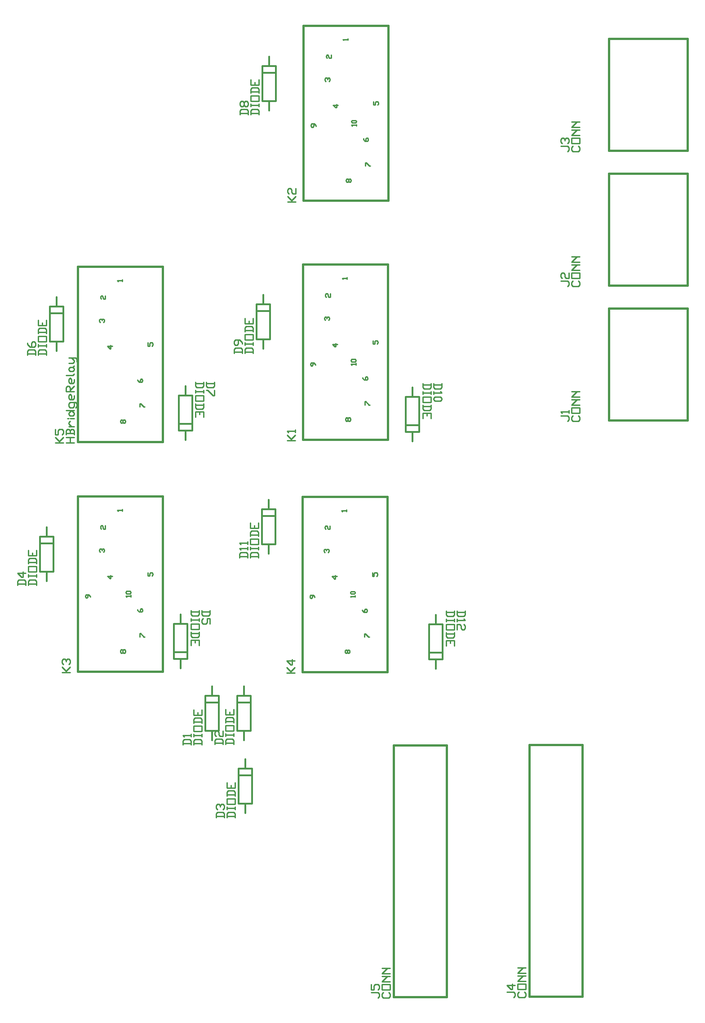
<source format=gto>
*%FSLAX23Y23*%
*%MOIN*%
G01*
%ADD11C,0.150*%
%ADD12C,0.112*%
%ADD13C,0.120*%
%ADD14C,0.130*%
%ADD15C,0.140*%
%ADD16C,0.110*%
%ADD17C,0.100*%
%ADD18C,0.125*%
%ADD19C,0.090*%
%ADD20C,0.072*%
%ADD21C,0.089*%
%ADD22C,0.015*%
%ADD23C,0.200*%
%ADD24C,0.062*%
%ADD25C,0.060*%
%ADD26C,0.250*%
%ADD27C,0.010*%
%ADD28C,0.300*%
%ADD29C,0.012*%
%ADD30R,0.120X0.120*%
%ADD31R,0.025X0.025*%
D22*
X1501Y2868D02*
X1501Y2868D01*
X1501Y4167D01*
X1501Y4167D02*
X1501Y4167D01*
X2131Y4167D01*
X2131Y4167D02*
X2131Y4167D01*
X2131Y2868D01*
X2131Y2868D02*
X2131Y2868D01*
X1501Y2868D01*
X3166Y2866D02*
X3166Y2866D01*
X3166Y4165D01*
X3166Y4165D02*
X3166Y4165D01*
X3796Y4165D01*
X3796Y4165D02*
X3796Y4165D01*
X3796Y2866D01*
X3796Y2866D02*
X3796Y2866D01*
X3166Y2866D01*
X3843Y2320D02*
X3843Y2320D01*
X3843Y454D01*
X3843Y454D02*
X3843Y454D01*
X4237Y454D01*
X4237Y454D02*
X4237Y454D01*
X4237Y2320D01*
X4237Y2320D02*
X4237Y2320D01*
X3843Y2320D01*
X4851Y2324D02*
X4851Y2324D01*
X5245Y2324D01*
X5245Y2324D02*
X5245Y2324D01*
X5245Y458D01*
X5245Y458D02*
X5245Y458D01*
X4851Y458D01*
X4851Y458D02*
X4851Y458D01*
X4851Y2324D01*
X2131Y4573D02*
X2131Y4573D01*
X2131Y5872D01*
X2131Y5872D02*
X2131Y5872D01*
X1501Y5872D01*
X1501Y5872D02*
X1501Y5872D01*
X1501Y4573D01*
X1501Y4573D02*
X1501Y4573D01*
X2131Y4573D01*
X3170Y4588D02*
X3170Y4588D01*
X3170Y5887D01*
X3170Y5887D02*
X3170Y5887D01*
X3800Y5887D01*
X3800Y5887D02*
X3800Y5887D01*
X3800Y4588D01*
X3800Y4588D02*
X3800Y4588D01*
X3170Y4588D01*
X3175Y6360D02*
X3175Y6360D01*
X3805Y6360D01*
X3805Y6360D02*
X3805Y6360D01*
X3805Y7659D01*
X3805Y7659D02*
X3805Y7659D01*
X3175Y7659D01*
X3175Y7659D02*
X3175Y7659D01*
X3175Y6360D01*
X5441Y5563D02*
X5441Y5563D01*
X5441Y4733D01*
X5441Y4733D02*
X5441Y4733D01*
X6022Y4733D01*
X6022Y4733D02*
X6022Y4733D01*
X6022Y5563D01*
X6022Y5563D02*
X6022Y5563D01*
X5441Y5563D01*
X5441Y5733D02*
X5441Y5733D01*
X5441Y6563D01*
X5441Y6563D02*
X5441Y6563D01*
X6022Y6563D01*
X6022Y6563D02*
X6022Y6563D01*
X6022Y5733D01*
X6022Y5733D02*
X6022Y5733D01*
X5441Y5733D01*
X5441Y6733D02*
X5441Y6733D01*
X5441Y7563D01*
X5441Y7563D02*
X5441Y7563D01*
X6022Y7563D01*
X6022Y7563D02*
X6022Y7563D01*
X6022Y6733D01*
X6022Y6733D02*
X6022Y6733D01*
X5441Y6733D01*
D27*
X5224Y6756D02*
X5224Y6756D01*
X5214Y6766D01*
X5224Y6736D02*
X5224Y6756D01*
X5224Y6736D02*
X5214Y6726D01*
X5214Y6726D02*
X5174Y6726D01*
X5174Y6726D02*
X5164Y6736D01*
X5164Y6736D02*
X5164Y6756D01*
X5174Y6766D02*
X5164Y6756D01*
X5224Y6786D02*
X5224Y6786D01*
X5164Y6786D01*
X5164Y6786D02*
X5164Y6826D01*
X5224Y6826D02*
X5164Y6826D01*
X5224Y6786D02*
X5224Y6826D01*
X5224Y6786D02*
X5224Y6826D01*
X5224Y6846D02*
X5224Y6846D01*
X5164Y6846D01*
X5204Y6886D02*
X5164Y6846D01*
X5204Y6886D02*
X5164Y6886D01*
X5224Y6886D02*
X5164Y6886D01*
X5224Y6906D02*
X5224Y6906D01*
X5164Y6906D01*
X5204Y6946D02*
X5164Y6906D01*
X5204Y6946D02*
X5164Y6946D01*
X5224Y6946D02*
X5164Y6946D01*
X5144Y6736D02*
X5144Y6736D01*
X5134Y6726D01*
X5144Y6756D02*
X5144Y6736D01*
X5134Y6766D02*
X5144Y6756D01*
X5134Y6766D02*
X5084Y6766D01*
X5084Y6796D02*
X5084Y6796D01*
X5094Y6786D01*
X5084Y6816D02*
X5084Y6796D01*
X5094Y6826D02*
X5084Y6816D01*
X5104Y6826D02*
X5094Y6826D01*
X5104Y6826D02*
X5114Y6816D01*
X5114Y6816D02*
X5114Y6806D01*
X5114Y6816D02*
X5114Y6806D01*
X5124Y6826D02*
X5114Y6816D01*
X5134Y6826D02*
X5124Y6826D01*
X5134Y6826D02*
X5144Y6816D01*
X5144Y6816D02*
X5144Y6796D01*
X5144Y6796D02*
X5134Y6786D01*
X5144Y5736D02*
X5144Y5736D01*
X5134Y5726D01*
X5144Y5756D02*
X5144Y5736D01*
X5134Y5766D02*
X5144Y5756D01*
X5134Y5766D02*
X5084Y5766D01*
X5084Y5796D02*
X5084Y5796D01*
X5094Y5786D01*
X5084Y5816D02*
X5084Y5796D01*
X5094Y5826D02*
X5084Y5816D01*
X5104Y5826D02*
X5094Y5826D01*
X5104Y5826D02*
X5114Y5816D01*
X5114Y5816D02*
X5114Y5796D01*
X5114Y5796D02*
X5124Y5786D01*
X5124Y5786D02*
X5144Y5786D01*
X5144Y5826D02*
X5144Y5786D01*
X5214Y5766D02*
X5214Y5766D01*
X5224Y5756D01*
X5224Y5756D02*
X5224Y5736D01*
X5214Y5726D02*
X5224Y5736D01*
X5174Y5726D02*
X5214Y5726D01*
X5164Y5736D02*
X5174Y5726D01*
X5164Y5756D02*
X5164Y5736D01*
X5164Y5756D02*
X5174Y5766D01*
X5164Y5786D02*
X5164Y5786D01*
X5224Y5786D01*
X5164Y5786D02*
X5164Y5826D01*
X5164Y5826D02*
X5224Y5826D01*
X5224Y5786D02*
X5224Y5826D01*
X5224Y5786D02*
X5224Y5826D01*
X5164Y5846D02*
X5164Y5846D01*
X5224Y5846D01*
X5164Y5846D02*
X5204Y5886D01*
X5164Y5886D02*
X5204Y5886D01*
X5164Y5886D02*
X5224Y5886D01*
X5164Y5906D02*
X5164Y5906D01*
X5224Y5906D01*
X5164Y5906D02*
X5204Y5946D01*
X5164Y5946D02*
X5204Y5946D01*
X5164Y5946D02*
X5224Y5946D01*
X5214Y4766D02*
X5214Y4766D01*
X5224Y4756D01*
X5224Y4756D02*
X5224Y4736D01*
X5224Y4736D02*
X5214Y4726D01*
X5214Y4726D02*
X5174Y4726D01*
X5164Y4736D02*
X5174Y4726D01*
X5164Y4756D02*
X5164Y4736D01*
X5174Y4766D02*
X5164Y4756D01*
X5224Y4786D02*
X5224Y4786D01*
X5164Y4786D01*
X5164Y4826D02*
X5164Y4786D01*
X5224Y4826D02*
X5164Y4826D01*
X5224Y4826D02*
X5224Y4786D01*
X5224Y4826D02*
X5224Y4786D01*
X5224Y4846D02*
X5224Y4846D01*
X5164Y4846D01*
X5204Y4886D02*
X5164Y4846D01*
X5204Y4886D02*
X5164Y4886D01*
X5224Y4886D02*
X5164Y4886D01*
X5224Y4906D02*
X5224Y4906D01*
X5164Y4906D01*
X5204Y4946D02*
X5164Y4906D01*
X5204Y4946D02*
X5164Y4946D01*
X5224Y4946D02*
X5164Y4946D01*
X5144Y4736D02*
X5144Y4736D01*
X5134Y4726D01*
X5144Y4756D02*
X5144Y4736D01*
X5134Y4766D02*
X5144Y4756D01*
X5134Y4766D02*
X5084Y4766D01*
X5084Y4796D02*
X5084Y4796D01*
X5094Y4786D01*
X5144Y4796D02*
X5084Y4796D01*
X5144Y4796D02*
X5144Y4786D01*
X5144Y4806D02*
X5144Y4786D01*
X4141Y4976D02*
X4141Y4976D01*
X4141Y5006D01*
X4151Y4966D02*
X4141Y4976D01*
X4191Y4966D02*
X4151Y4966D01*
X4201Y4976D02*
X4191Y4966D01*
X4201Y4976D02*
X4201Y5006D01*
X4201Y4996D02*
X4201Y5006D01*
X4201Y4996D02*
X4141Y4996D01*
X4201Y4936D02*
X4201Y4936D01*
X4191Y4946D01*
X4201Y4936D02*
X4141Y4936D01*
X4141Y4936D02*
X4141Y4946D01*
X4141Y4926D02*
X4141Y4946D01*
X4151Y4906D02*
X4151Y4906D01*
X4141Y4896D01*
X4191Y4906D02*
X4151Y4906D01*
X4201Y4896D02*
X4191Y4906D01*
X4201Y4886D02*
X4201Y4896D01*
X4201Y4886D02*
X4191Y4876D01*
X4191Y4876D02*
X4151Y4876D01*
X4151Y4876D02*
X4141Y4886D01*
X4141Y4886D02*
X4141Y4896D01*
X4061Y4976D02*
X4061Y4976D01*
X4061Y5006D01*
X4071Y4966D02*
X4061Y4976D01*
X4111Y4966D02*
X4071Y4966D01*
X4111Y4966D02*
X4121Y4976D01*
X4121Y4976D02*
X4121Y5006D01*
X4121Y4996D02*
X4121Y5006D01*
X4121Y4996D02*
X4061Y4996D01*
X4061Y4936D02*
X4061Y4936D01*
X4061Y4946D01*
X4121Y4936D02*
X4061Y4936D01*
X4121Y4936D02*
X4121Y4946D01*
X4121Y4926D02*
X4121Y4946D01*
X4121Y4926D02*
X4121Y4936D01*
X4121Y4936D02*
X4061Y4936D01*
X4061Y4926D02*
X4061Y4936D01*
X4121Y4906D02*
X4121Y4906D01*
X4061Y4906D01*
X4121Y4906D02*
X4121Y4866D01*
X4121Y4866D02*
X4061Y4866D01*
X4061Y4906D02*
X4061Y4866D01*
X4061Y4906D02*
X4061Y4866D01*
X4061Y4846D02*
X4061Y4846D01*
X4061Y4816D01*
X4061Y4816D02*
X4071Y4806D01*
X4111Y4806D02*
X4071Y4806D01*
X4121Y4816D02*
X4111Y4806D01*
X4121Y4846D02*
X4121Y4816D01*
X4121Y4846D02*
X4121Y4836D01*
X4121Y4836D02*
X4061Y4836D01*
X4121Y4786D02*
X4121Y4786D01*
X4061Y4786D01*
X4121Y4786D02*
X4121Y4746D01*
X4121Y4786D02*
X4121Y4746D01*
X4121Y4786D02*
X4091Y4786D01*
X4091Y4786D02*
X4091Y4766D01*
X4091Y4786D02*
X4091Y4766D01*
X4091Y4786D02*
X4061Y4786D01*
X4061Y4786D02*
X4061Y4746D01*
X3630Y4846D02*
X3630Y4846D01*
X3630Y4870D01*
X3636Y4870D02*
X3630Y4870D01*
X3660Y4846D02*
X3636Y4870D01*
X3666Y4846D02*
X3660Y4846D01*
X3522Y4732D02*
X3522Y4732D01*
X3516Y4726D01*
X3516Y4726D02*
X3510Y4726D01*
X3510Y4726D02*
X3504Y4732D01*
X3504Y4744D02*
X3504Y4732D01*
X3504Y4744D02*
X3498Y4750D01*
X3498Y4750D02*
X3492Y4750D01*
X3492Y4750D02*
X3486Y4744D01*
X3486Y4744D02*
X3486Y4732D01*
X3492Y4726D02*
X3486Y4732D01*
X3498Y4726D02*
X3492Y4726D01*
X3504Y4732D02*
X3498Y4726D01*
X3504Y4744D02*
X3504Y4732D01*
X3510Y4750D02*
X3504Y4744D01*
X3516Y4750D02*
X3510Y4750D01*
X3522Y4744D02*
X3516Y4750D01*
X3522Y4744D02*
X3522Y4732D01*
X3632Y5030D02*
X3632Y5030D01*
X3632Y5048D01*
X3632Y5048D02*
X3638Y5054D01*
X3638Y5054D02*
X3644Y5054D01*
X3650Y5048D02*
X3644Y5054D01*
X3650Y5036D02*
X3650Y5048D01*
X3644Y5030D02*
X3650Y5036D01*
X3626Y5030D02*
X3644Y5030D01*
X3626Y5030D02*
X3614Y5042D01*
X3614Y5042D02*
X3614Y5048D01*
X3532Y5142D02*
X3532Y5142D01*
X3526Y5148D01*
X3562Y5148D02*
X3526Y5148D01*
X3562Y5142D02*
X3562Y5148D01*
X3562Y5142D02*
X3562Y5154D01*
X3556Y5166D02*
X3556Y5166D01*
X3562Y5172D01*
X3556Y5166D02*
X3532Y5166D01*
X3532Y5166D02*
X3526Y5172D01*
X3526Y5172D02*
X3526Y5178D01*
X3526Y5178D02*
X3532Y5184D01*
X3556Y5184D02*
X3532Y5184D01*
X3562Y5178D02*
X3556Y5184D01*
X3562Y5172D02*
X3562Y5178D01*
X3414Y5278D02*
X3414Y5278D01*
X3414Y5302D01*
X3414Y5278D02*
X3408Y5278D01*
X3408Y5278D02*
X3390Y5296D01*
X3426Y5296D02*
X3390Y5296D01*
X3336Y5474D02*
X3336Y5474D01*
X3330Y5480D01*
X3330Y5480D02*
X3330Y5492D01*
X3330Y5492D02*
X3336Y5498D01*
X3342Y5498D02*
X3336Y5498D01*
X3348Y5492D02*
X3342Y5498D01*
X3348Y5486D02*
X3348Y5492D01*
X3348Y5486D02*
X3348Y5492D01*
X3348Y5492D02*
X3354Y5498D01*
X3360Y5498D02*
X3354Y5498D01*
X3366Y5492D02*
X3360Y5498D01*
X3366Y5480D02*
X3366Y5492D01*
X3360Y5474D02*
X3366Y5480D01*
X3344Y5646D02*
X3344Y5646D01*
X3338Y5652D01*
X3338Y5652D02*
X3338Y5664D01*
X3338Y5664D02*
X3344Y5670D01*
X3350Y5670D02*
X3344Y5670D01*
X3356Y5664D02*
X3350Y5670D01*
X3356Y5652D02*
X3356Y5664D01*
X3362Y5646D02*
X3356Y5652D01*
X3362Y5646D02*
X3374Y5646D01*
X3374Y5646D02*
X3374Y5670D01*
X3468Y5778D02*
X3468Y5778D01*
X3462Y5784D01*
X3462Y5784D02*
X3498Y5784D01*
X3498Y5778D02*
X3498Y5784D01*
X3498Y5778D02*
X3498Y5790D01*
X3726Y5304D02*
X3726Y5304D01*
X3720Y5298D01*
X3726Y5316D02*
X3726Y5304D01*
X3720Y5322D02*
X3726Y5316D01*
X3708Y5322D02*
X3720Y5322D01*
X3708Y5322D02*
X3702Y5316D01*
X3702Y5316D02*
X3702Y5298D01*
X3690Y5298D02*
X3702Y5298D01*
X3690Y5322D02*
X3690Y5298D01*
X3262Y5146D02*
X3262Y5146D01*
X3262Y5140D01*
X3262Y5146D02*
X3250Y5158D01*
X3250Y5158D02*
X3232Y5158D01*
X3232Y5158D02*
X3226Y5152D01*
X3226Y5152D02*
X3226Y5140D01*
X3232Y5134D02*
X3226Y5140D01*
X3238Y5134D02*
X3232Y5134D01*
X3244Y5140D02*
X3238Y5134D01*
X3244Y5158D02*
X3244Y5140D01*
X2800Y5229D02*
X2800Y5229D01*
X2800Y5259D01*
X2800Y5259D02*
X2790Y5269D01*
X2790Y5269D02*
X2750Y5269D01*
X2750Y5269D02*
X2740Y5259D01*
X2740Y5229D02*
X2740Y5259D01*
X2740Y5229D02*
X2740Y5239D01*
X2800Y5239D02*
X2740Y5239D01*
X2800Y5289D02*
X2800Y5289D01*
X2800Y5299D01*
X2800Y5299D02*
X2740Y5299D01*
X2740Y5289D02*
X2740Y5299D01*
X2740Y5289D02*
X2740Y5309D01*
X2740Y5299D02*
X2740Y5309D01*
X2800Y5299D02*
X2740Y5299D01*
X2800Y5299D02*
X2800Y5309D01*
X2800Y5329D02*
X2800Y5329D01*
X2740Y5329D01*
X2740Y5329D02*
X2740Y5369D01*
X2800Y5369D02*
X2740Y5369D01*
X2800Y5329D02*
X2800Y5369D01*
X2800Y5329D02*
X2800Y5369D01*
X2800Y5389D02*
X2800Y5389D01*
X2800Y5419D01*
X2800Y5419D02*
X2790Y5429D01*
X2790Y5429D02*
X2750Y5429D01*
X2750Y5429D02*
X2740Y5419D01*
X2740Y5389D02*
X2740Y5419D01*
X2740Y5389D02*
X2740Y5399D01*
X2800Y5399D02*
X2740Y5399D01*
X2800Y5449D02*
X2800Y5449D01*
X2740Y5449D01*
X2740Y5449D02*
X2740Y5489D01*
X2740Y5449D02*
X2740Y5489D01*
X2770Y5449D02*
X2740Y5449D01*
X2770Y5449D02*
X2770Y5469D01*
X2770Y5449D02*
X2770Y5469D01*
X2800Y5449D02*
X2770Y5449D01*
X2800Y5449D02*
X2800Y5489D01*
X2720Y5259D02*
X2720Y5259D01*
X2720Y5229D01*
X2710Y5269D02*
X2720Y5259D01*
X2710Y5269D02*
X2670Y5269D01*
X2670Y5269D02*
X2660Y5259D01*
X2660Y5259D02*
X2660Y5229D01*
X2660Y5239D02*
X2660Y5229D01*
X2720Y5239D02*
X2660Y5239D01*
X2720Y5309D02*
X2720Y5309D01*
X2720Y5299D01*
X2700Y5329D02*
X2720Y5309D01*
X2700Y5329D02*
X2670Y5329D01*
X2670Y5329D02*
X2660Y5319D01*
X2660Y5319D02*
X2660Y5299D01*
X2660Y5299D02*
X2670Y5289D01*
X2680Y5289D02*
X2670Y5289D01*
X2690Y5299D02*
X2680Y5289D01*
X2690Y5329D02*
X2690Y5299D01*
X2455Y5015D02*
X2455Y5015D01*
X2455Y4985D01*
X2455Y4985D02*
X2465Y4975D01*
X2505Y4975D02*
X2465Y4975D01*
X2515Y4985D02*
X2505Y4975D01*
X2515Y5015D02*
X2515Y4985D01*
X2515Y5015D02*
X2515Y5005D01*
X2515Y5005D02*
X2455Y5005D01*
X2515Y4955D02*
X2515Y4955D01*
X2515Y4915D01*
X2515Y4915D02*
X2505Y4915D01*
X2465Y4955D02*
X2505Y4915D01*
X2465Y4955D02*
X2455Y4955D01*
X2375Y4985D02*
X2375Y4985D01*
X2375Y5015D01*
X2385Y4975D02*
X2375Y4985D01*
X2425Y4975D02*
X2385Y4975D01*
X2425Y4975D02*
X2435Y4985D01*
X2435Y4985D02*
X2435Y5015D01*
X2435Y5005D02*
X2435Y5015D01*
X2435Y5005D02*
X2375Y5005D01*
X2375Y4955D02*
X2375Y4955D01*
X2375Y4945D01*
X2435Y4945D02*
X2375Y4945D01*
X2435Y4955D02*
X2435Y4945D01*
X2435Y4955D02*
X2435Y4935D01*
X2435Y4945D02*
X2435Y4935D01*
X2435Y4945D02*
X2375Y4945D01*
X2375Y4945D02*
X2375Y4935D01*
X2435Y4915D02*
X2435Y4915D01*
X2375Y4915D01*
X2435Y4915D02*
X2435Y4875D01*
X2435Y4875D02*
X2375Y4875D01*
X2375Y4915D02*
X2375Y4875D01*
X2375Y4915D02*
X2375Y4875D01*
X2375Y4855D02*
X2375Y4855D01*
X2375Y4825D01*
X2375Y4825D02*
X2385Y4815D01*
X2425Y4815D02*
X2385Y4815D01*
X2435Y4825D02*
X2425Y4815D01*
X2435Y4855D02*
X2435Y4825D01*
X2435Y4855D02*
X2435Y4845D01*
X2435Y4845D02*
X2375Y4845D01*
X2435Y4795D02*
X2435Y4795D01*
X2375Y4795D01*
X2435Y4795D02*
X2435Y4755D01*
X2435Y4795D02*
X2435Y4755D01*
X2435Y4795D02*
X2405Y4795D01*
X2405Y4795D02*
X2405Y4775D01*
X2405Y4795D02*
X2405Y4775D01*
X2405Y4795D02*
X2375Y4795D01*
X2375Y4795D02*
X2375Y4755D01*
X1961Y4831D02*
X1961Y4831D01*
X1961Y4855D01*
X1967Y4855D02*
X1961Y4855D01*
X1991Y4831D02*
X1967Y4855D01*
X1997Y4831D02*
X1991Y4831D01*
X1853Y4717D02*
X1853Y4717D01*
X1847Y4711D01*
X1847Y4711D02*
X1841Y4711D01*
X1841Y4711D02*
X1835Y4717D01*
X1835Y4729D02*
X1835Y4717D01*
X1835Y4729D02*
X1829Y4735D01*
X1829Y4735D02*
X1823Y4735D01*
X1823Y4735D02*
X1817Y4729D01*
X1817Y4729D02*
X1817Y4717D01*
X1823Y4711D02*
X1817Y4717D01*
X1829Y4711D02*
X1823Y4711D01*
X1835Y4717D02*
X1829Y4711D01*
X1835Y4729D02*
X1835Y4717D01*
X1841Y4735D02*
X1835Y4729D01*
X1847Y4735D02*
X1841Y4735D01*
X1853Y4729D02*
X1847Y4735D01*
X1853Y4729D02*
X1853Y4717D01*
X1963Y5015D02*
X1963Y5015D01*
X1963Y5033D01*
X1963Y5033D02*
X1969Y5039D01*
X1969Y5039D02*
X1975Y5039D01*
X1981Y5033D02*
X1975Y5039D01*
X1981Y5021D02*
X1981Y5033D01*
X1975Y5015D02*
X1981Y5021D01*
X1957Y5015D02*
X1975Y5015D01*
X1957Y5015D02*
X1945Y5027D01*
X1945Y5027D02*
X1945Y5033D01*
X2051Y5283D02*
X2051Y5283D01*
X2057Y5289D01*
X2057Y5289D02*
X2057Y5301D01*
X2057Y5301D02*
X2051Y5307D01*
X2039Y5307D02*
X2051Y5307D01*
X2033Y5301D02*
X2039Y5307D01*
X2033Y5283D02*
X2033Y5301D01*
X2021Y5283D02*
X2033Y5283D01*
X2021Y5283D02*
X2021Y5307D01*
X1745Y5287D02*
X1745Y5287D01*
X1745Y5263D01*
X1745Y5263D02*
X1739Y5263D01*
X1739Y5263D02*
X1721Y5281D01*
X1757Y5281D02*
X1721Y5281D01*
X1667Y5459D02*
X1667Y5459D01*
X1661Y5465D01*
X1661Y5465D02*
X1661Y5477D01*
X1661Y5477D02*
X1667Y5483D01*
X1673Y5483D02*
X1667Y5483D01*
X1679Y5477D02*
X1673Y5483D01*
X1679Y5471D02*
X1679Y5477D01*
X1679Y5471D02*
X1679Y5477D01*
X1679Y5477D02*
X1685Y5483D01*
X1691Y5483D02*
X1685Y5483D01*
X1697Y5477D02*
X1691Y5483D01*
X1697Y5465D02*
X1697Y5477D01*
X1691Y5459D02*
X1697Y5465D01*
X1675Y5631D02*
X1675Y5631D01*
X1669Y5637D01*
X1669Y5637D02*
X1669Y5649D01*
X1669Y5649D02*
X1675Y5655D01*
X1681Y5655D02*
X1675Y5655D01*
X1687Y5649D02*
X1681Y5655D01*
X1687Y5637D02*
X1687Y5649D01*
X1693Y5631D02*
X1687Y5637D01*
X1693Y5631D02*
X1705Y5631D01*
X1705Y5631D02*
X1705Y5655D01*
X1799Y5763D02*
X1799Y5763D01*
X1793Y5769D01*
X1793Y5769D02*
X1829Y5769D01*
X1829Y5763D02*
X1829Y5769D01*
X1829Y5763D02*
X1829Y5775D01*
X1268Y5244D02*
X1268Y5244D01*
X1268Y5214D01*
X1268Y5244D02*
X1258Y5254D01*
X1258Y5254D02*
X1218Y5254D01*
X1218Y5254D02*
X1208Y5244D01*
X1208Y5244D02*
X1208Y5214D01*
X1208Y5224D02*
X1208Y5214D01*
X1268Y5224D02*
X1208Y5224D01*
X1268Y5284D02*
X1268Y5284D01*
X1268Y5274D01*
X1268Y5284D02*
X1208Y5284D01*
X1208Y5284D02*
X1208Y5274D01*
X1208Y5294D02*
X1208Y5274D01*
X1208Y5294D02*
X1208Y5284D01*
X1268Y5284D02*
X1208Y5284D01*
X1268Y5294D02*
X1268Y5284D01*
X1268Y5314D02*
X1268Y5314D01*
X1208Y5314D01*
X1208Y5354D02*
X1208Y5314D01*
X1268Y5354D02*
X1208Y5354D01*
X1268Y5354D02*
X1268Y5314D01*
X1268Y5354D02*
X1268Y5314D01*
X1268Y5404D02*
X1268Y5404D01*
X1268Y5374D01*
X1268Y5404D02*
X1258Y5414D01*
X1258Y5414D02*
X1218Y5414D01*
X1218Y5414D02*
X1208Y5404D01*
X1208Y5404D02*
X1208Y5374D01*
X1208Y5384D02*
X1208Y5374D01*
X1268Y5384D02*
X1208Y5384D01*
X1268Y5434D02*
X1268Y5434D01*
X1208Y5434D01*
X1208Y5474D02*
X1208Y5434D01*
X1208Y5474D02*
X1208Y5434D01*
X1238Y5434D02*
X1208Y5434D01*
X1238Y5454D02*
X1238Y5434D01*
X1238Y5454D02*
X1238Y5434D01*
X1268Y5434D02*
X1238Y5434D01*
X1268Y5474D02*
X1268Y5434D01*
X1188Y5244D02*
X1188Y5244D01*
X1188Y5214D01*
X1178Y5254D02*
X1188Y5244D01*
X1178Y5254D02*
X1138Y5254D01*
X1138Y5254D02*
X1128Y5244D01*
X1128Y5244D02*
X1128Y5214D01*
X1128Y5224D02*
X1128Y5214D01*
X1188Y5224D02*
X1128Y5224D01*
X1158Y5304D02*
X1158Y5304D01*
X1158Y5274D01*
X1168Y5314D02*
X1158Y5304D01*
X1178Y5314D02*
X1168Y5314D01*
X1178Y5314D02*
X1188Y5304D01*
X1188Y5304D02*
X1188Y5284D01*
X1188Y5284D02*
X1178Y5274D01*
X1178Y5274D02*
X1148Y5274D01*
X1128Y5294D02*
X1148Y5274D01*
X1128Y5304D02*
X1128Y5294D01*
X1334Y4566D02*
X1334Y4566D01*
X1394Y4566D01*
X1334Y4606D02*
X1334Y4606D01*
X1364Y4576D01*
X1364Y4576D02*
X1364Y4566D01*
X1364Y4576D02*
X1364Y4566D01*
X1394Y4606D02*
X1364Y4576D01*
X1394Y4636D02*
X1394Y4636D01*
X1384Y4626D01*
X1394Y4656D02*
X1394Y4636D01*
X1384Y4666D02*
X1394Y4656D01*
X1364Y4666D02*
X1384Y4666D01*
X1364Y4666D02*
X1354Y4656D01*
X1354Y4656D02*
X1354Y4626D01*
X1334Y4626D02*
X1354Y4626D01*
X1334Y4666D02*
X1334Y4626D01*
X1414Y4566D02*
X1414Y4566D01*
X1474Y4566D01*
X1414Y4606D02*
X1414Y4606D01*
X1444Y4606D01*
X1444Y4606D02*
X1444Y4566D01*
X1444Y4606D02*
X1444Y4566D01*
X1444Y4606D02*
X1474Y4606D01*
X1474Y4626D02*
X1474Y4626D01*
X1474Y4656D01*
X1464Y4666D02*
X1474Y4656D01*
X1454Y4666D02*
X1464Y4666D01*
X1444Y4656D02*
X1454Y4666D01*
X1444Y4636D02*
X1444Y4656D01*
X1444Y4636D02*
X1444Y4656D01*
X1434Y4666D02*
X1444Y4656D01*
X1424Y4666D02*
X1434Y4666D01*
X1414Y4656D02*
X1424Y4666D01*
X1414Y4626D02*
X1414Y4656D01*
X1414Y4626D02*
X1414Y4636D01*
X1414Y4636D02*
X1474Y4636D01*
X1434Y4686D02*
X1434Y4686D01*
X1474Y4686D01*
X1434Y4686D02*
X1454Y4686D01*
X1434Y4706D02*
X1454Y4686D01*
X1434Y4706D02*
X1434Y4716D01*
X1434Y4716D02*
X1444Y4726D01*
X1444Y4746D02*
X1444Y4746D01*
X1474Y4746D01*
X1424Y4746D02*
X1424Y4746D01*
X1434Y4746D01*
X1474Y4786D02*
X1474Y4786D01*
X1454Y4806D01*
X1474Y4776D02*
X1474Y4786D01*
X1464Y4766D02*
X1474Y4776D01*
X1444Y4766D02*
X1464Y4766D01*
X1444Y4766D02*
X1434Y4776D01*
X1434Y4776D02*
X1434Y4786D01*
X1434Y4786D02*
X1454Y4806D01*
X1414Y4806D02*
X1454Y4806D01*
X1414Y4806D02*
X1474Y4806D01*
X1484Y4826D02*
X1484Y4826D01*
X1494Y4836D01*
X1494Y4836D02*
X1494Y4856D01*
X1494Y4856D02*
X1484Y4866D01*
X1444Y4866D02*
X1484Y4866D01*
X1434Y4856D02*
X1444Y4866D01*
X1434Y4836D02*
X1434Y4856D01*
X1444Y4826D02*
X1434Y4836D01*
X1444Y4826D02*
X1464Y4826D01*
X1464Y4826D02*
X1474Y4836D01*
X1474Y4836D02*
X1474Y4866D01*
X1454Y4886D02*
X1454Y4886D01*
X1454Y4916D01*
X1454Y4916D02*
X1444Y4926D01*
X1434Y4916D02*
X1444Y4926D01*
X1434Y4896D02*
X1434Y4916D01*
X1444Y4886D02*
X1434Y4896D01*
X1444Y4886D02*
X1464Y4886D01*
X1464Y4886D02*
X1474Y4896D01*
X1474Y4896D02*
X1474Y4916D01*
X1414Y4946D02*
X1414Y4946D01*
X1474Y4946D01*
X1414Y4946D02*
X1414Y4976D01*
X1414Y4976D02*
X1424Y4986D01*
X1424Y4986D02*
X1434Y4986D01*
X1444Y4976D02*
X1434Y4986D01*
X1444Y4946D02*
X1444Y4976D01*
X1444Y4946D02*
X1444Y4956D01*
X1444Y4956D02*
X1474Y4986D01*
X1454Y5006D02*
X1454Y5006D01*
X1454Y5036D01*
X1454Y5036D02*
X1444Y5046D01*
X1434Y5036D02*
X1444Y5046D01*
X1434Y5016D02*
X1434Y5036D01*
X1444Y5006D02*
X1434Y5016D01*
X1444Y5006D02*
X1464Y5006D01*
X1464Y5006D02*
X1474Y5016D01*
X1474Y5016D02*
X1474Y5036D01*
X1414Y5066D02*
X1414Y5066D01*
X1464Y5066D01*
X1464Y5066D02*
X1474Y5076D01*
X1474Y5106D02*
X1474Y5106D01*
X1474Y5116D01*
X1464Y5096D02*
X1474Y5106D01*
X1444Y5096D02*
X1464Y5096D01*
X1444Y5096D02*
X1434Y5106D01*
X1434Y5106D02*
X1434Y5116D01*
X1434Y5116D02*
X1444Y5126D01*
X1444Y5126D02*
X1464Y5126D01*
X1474Y5116D02*
X1464Y5126D01*
X1474Y5116D02*
X1464Y5126D01*
X1464Y5126D02*
X1474Y5136D01*
X1434Y5156D02*
X1434Y5156D01*
X1464Y5156D01*
X1464Y5156D02*
X1474Y5166D01*
X1474Y5166D02*
X1474Y5176D01*
X1474Y5176D02*
X1454Y5196D01*
X1434Y5196D02*
X1454Y5196D01*
X1434Y5196D02*
X1484Y5196D01*
X1494Y5186D02*
X1484Y5196D01*
X1494Y5166D02*
X1494Y5186D01*
X1793Y4064D02*
X1793Y4064D01*
X1799Y4058D01*
X1793Y4064D02*
X1829Y4064D01*
X1829Y4064D02*
X1829Y4058D01*
X1829Y4070D02*
X1829Y4058D01*
X1675Y3926D02*
X1675Y3926D01*
X1669Y3932D01*
X1669Y3944D02*
X1669Y3932D01*
X1675Y3950D02*
X1669Y3944D01*
X1681Y3950D02*
X1675Y3950D01*
X1687Y3944D02*
X1681Y3950D01*
X1687Y3944D02*
X1687Y3932D01*
X1693Y3926D02*
X1687Y3932D01*
X1705Y3926D02*
X1693Y3926D01*
X1705Y3950D02*
X1705Y3926D01*
X1661Y3760D02*
X1661Y3760D01*
X1667Y3754D01*
X1661Y3772D02*
X1661Y3760D01*
X1667Y3778D02*
X1661Y3772D01*
X1673Y3778D02*
X1667Y3778D01*
X1673Y3778D02*
X1679Y3772D01*
X1679Y3772D02*
X1679Y3766D01*
X1679Y3772D02*
X1679Y3766D01*
X1685Y3778D02*
X1679Y3772D01*
X1691Y3778D02*
X1685Y3778D01*
X1691Y3778D02*
X1697Y3772D01*
X1697Y3772D02*
X1697Y3760D01*
X1697Y3760D02*
X1691Y3754D01*
X1745Y3582D02*
X1745Y3582D01*
X1745Y3558D01*
X1739Y3558D02*
X1745Y3558D01*
X1721Y3576D02*
X1739Y3558D01*
X1721Y3576D02*
X1757Y3576D01*
X1857Y3428D02*
X1857Y3428D01*
X1863Y3422D01*
X1857Y3428D02*
X1893Y3428D01*
X1893Y3428D02*
X1893Y3422D01*
X1893Y3434D02*
X1893Y3422D01*
X1887Y3446D02*
X1887Y3446D01*
X1893Y3452D01*
X1863Y3446D02*
X1887Y3446D01*
X1857Y3452D02*
X1863Y3446D01*
X1857Y3458D02*
X1857Y3452D01*
X1863Y3464D02*
X1857Y3458D01*
X1863Y3464D02*
X1887Y3464D01*
X1887Y3464D02*
X1893Y3458D01*
X1893Y3458D02*
X1893Y3452D01*
X1963Y3328D02*
X1963Y3328D01*
X1963Y3310D01*
X1969Y3334D02*
X1963Y3328D01*
X1969Y3334D02*
X1975Y3334D01*
X1975Y3334D02*
X1981Y3328D01*
X1981Y3328D02*
X1981Y3316D01*
X1981Y3316D02*
X1975Y3310D01*
X1957Y3310D02*
X1975Y3310D01*
X1945Y3322D02*
X1957Y3310D01*
X1945Y3328D02*
X1945Y3322D01*
X1961Y3150D02*
X1961Y3150D01*
X1961Y3126D01*
X1961Y3150D02*
X1967Y3150D01*
X1967Y3150D02*
X1991Y3126D01*
X1991Y3126D02*
X1997Y3126D01*
X1853Y3012D02*
X1853Y3012D01*
X1847Y3006D01*
X1847Y3006D02*
X1841Y3006D01*
X1841Y3006D02*
X1835Y3012D01*
X1835Y3024D02*
X1835Y3012D01*
X1835Y3024D02*
X1829Y3030D01*
X1829Y3030D02*
X1823Y3030D01*
X1823Y3030D02*
X1817Y3024D01*
X1817Y3024D02*
X1817Y3012D01*
X1823Y3006D02*
X1817Y3012D01*
X1829Y3006D02*
X1823Y3006D01*
X1835Y3012D02*
X1829Y3006D01*
X1835Y3024D02*
X1835Y3012D01*
X1841Y3030D02*
X1835Y3024D01*
X1847Y3030D02*
X1841Y3030D01*
X1853Y3024D02*
X1847Y3030D01*
X1853Y3024D02*
X1853Y3012D01*
X1444Y2861D02*
X1444Y2861D01*
X1384Y2861D01*
X1414Y2871D02*
X1414Y2871D01*
X1384Y2901D01*
X1414Y2871D02*
X1414Y2861D01*
X1414Y2871D02*
X1414Y2861D01*
X1444Y2901D02*
X1414Y2871D01*
X1394Y2921D02*
X1394Y2921D01*
X1384Y2931D01*
X1384Y2951D02*
X1384Y2931D01*
X1394Y2961D02*
X1384Y2951D01*
X1404Y2961D02*
X1394Y2961D01*
X1414Y2951D02*
X1404Y2961D01*
X1414Y2951D02*
X1414Y2941D01*
X1414Y2951D02*
X1414Y2941D01*
X1424Y2961D02*
X1414Y2951D01*
X1434Y2961D02*
X1424Y2961D01*
X1444Y2951D02*
X1434Y2961D01*
X1444Y2951D02*
X1444Y2931D01*
X1444Y2931D02*
X1434Y2921D01*
X1593Y3420D02*
X1593Y3420D01*
X1593Y3426D01*
X1593Y3426D02*
X1581Y3438D01*
X1563Y3438D02*
X1581Y3438D01*
X1557Y3432D02*
X1563Y3438D01*
X1557Y3420D02*
X1557Y3432D01*
X1563Y3414D02*
X1557Y3420D01*
X1563Y3414D02*
X1569Y3414D01*
X1569Y3414D02*
X1575Y3420D01*
X1575Y3420D02*
X1575Y3438D01*
X1193Y3508D02*
X1193Y3508D01*
X1193Y3538D01*
X1193Y3538D02*
X1183Y3548D01*
X1183Y3548D02*
X1143Y3548D01*
X1143Y3548D02*
X1133Y3538D01*
X1133Y3508D02*
X1133Y3538D01*
X1133Y3508D02*
X1133Y3518D01*
X1193Y3518D02*
X1133Y3518D01*
X1193Y3568D02*
X1193Y3568D01*
X1193Y3578D01*
X1193Y3578D02*
X1133Y3578D01*
X1133Y3568D02*
X1133Y3578D01*
X1133Y3568D02*
X1133Y3588D01*
X1133Y3578D02*
X1133Y3588D01*
X1193Y3578D02*
X1133Y3578D01*
X1193Y3578D02*
X1193Y3588D01*
X1193Y3608D02*
X1193Y3608D01*
X1133Y3608D01*
X1133Y3608D02*
X1133Y3648D01*
X1193Y3648D02*
X1133Y3648D01*
X1193Y3608D02*
X1193Y3648D01*
X1193Y3608D02*
X1193Y3648D01*
X1193Y3668D02*
X1193Y3668D01*
X1193Y3698D01*
X1193Y3698D02*
X1183Y3708D01*
X1183Y3708D02*
X1143Y3708D01*
X1143Y3708D02*
X1133Y3698D01*
X1133Y3668D02*
X1133Y3698D01*
X1133Y3668D02*
X1133Y3678D01*
X1193Y3678D02*
X1133Y3678D01*
X1193Y3728D02*
X1193Y3728D01*
X1133Y3728D01*
X1133Y3728D02*
X1133Y3768D01*
X1133Y3728D02*
X1133Y3768D01*
X1163Y3728D02*
X1133Y3728D01*
X1163Y3728D02*
X1163Y3748D01*
X1163Y3728D02*
X1163Y3748D01*
X1193Y3728D02*
X1163Y3728D01*
X1193Y3728D02*
X1193Y3768D01*
X1113Y3538D02*
X1113Y3538D01*
X1113Y3508D01*
X1103Y3548D02*
X1113Y3538D01*
X1103Y3548D02*
X1063Y3548D01*
X1063Y3548D02*
X1053Y3538D01*
X1053Y3538D02*
X1053Y3508D01*
X1053Y3518D02*
X1053Y3508D01*
X1113Y3518D02*
X1053Y3518D01*
X1093Y3608D02*
X1093Y3608D01*
X1093Y3568D01*
X1093Y3568D02*
X1083Y3568D01*
X1053Y3598D02*
X1083Y3568D01*
X1113Y3598D02*
X1053Y3598D01*
X2051Y3578D02*
X2051Y3578D01*
X2057Y3584D01*
X2057Y3596D02*
X2057Y3584D01*
X2051Y3602D02*
X2057Y3596D01*
X2039Y3602D02*
X2051Y3602D01*
X2033Y3596D02*
X2039Y3602D01*
X2033Y3596D02*
X2033Y3578D01*
X2021Y3578D02*
X2033Y3578D01*
X2021Y3602D02*
X2021Y3578D01*
X2341Y3321D02*
X2341Y3321D01*
X2341Y3291D01*
X2341Y3291D02*
X2351Y3281D01*
X2351Y3281D02*
X2391Y3281D01*
X2391Y3281D02*
X2401Y3291D01*
X2401Y3321D02*
X2401Y3291D01*
X2401Y3321D02*
X2401Y3311D01*
X2341Y3311D02*
X2401Y3311D01*
X2341Y3261D02*
X2341Y3261D01*
X2341Y3251D01*
X2341Y3251D02*
X2401Y3251D01*
X2401Y3261D02*
X2401Y3251D01*
X2401Y3261D02*
X2401Y3241D01*
X2401Y3251D02*
X2401Y3241D01*
X2341Y3251D02*
X2401Y3251D01*
X2341Y3251D02*
X2341Y3241D01*
X2341Y3221D02*
X2341Y3221D01*
X2401Y3221D01*
X2401Y3221D02*
X2401Y3181D01*
X2341Y3181D02*
X2401Y3181D01*
X2341Y3221D02*
X2341Y3181D01*
X2341Y3221D02*
X2341Y3181D01*
X2341Y3161D02*
X2341Y3161D01*
X2341Y3131D01*
X2341Y3131D02*
X2351Y3121D01*
X2351Y3121D02*
X2391Y3121D01*
X2401Y3131D02*
X2391Y3121D01*
X2401Y3161D02*
X2401Y3131D01*
X2401Y3161D02*
X2401Y3151D01*
X2341Y3151D02*
X2401Y3151D01*
X2341Y3101D02*
X2341Y3101D01*
X2401Y3101D01*
X2401Y3101D02*
X2401Y3061D01*
X2401Y3101D02*
X2401Y3061D01*
X2371Y3101D02*
X2401Y3101D01*
X2371Y3101D02*
X2371Y3081D01*
X2371Y3101D02*
X2371Y3081D01*
X2341Y3101D02*
X2371Y3101D01*
X2341Y3101D02*
X2341Y3061D01*
X2421Y3291D02*
X2421Y3291D01*
X2421Y3321D01*
X2431Y3281D02*
X2421Y3291D01*
X2431Y3281D02*
X2471Y3281D01*
X2471Y3281D02*
X2481Y3291D01*
X2481Y3291D02*
X2481Y3321D01*
X2481Y3311D02*
X2481Y3321D01*
X2421Y3311D02*
X2481Y3311D01*
X2421Y3251D02*
X2421Y3251D01*
X2431Y3261D01*
X2421Y3231D02*
X2421Y3251D01*
X2431Y3221D02*
X2421Y3231D01*
X2431Y3221D02*
X2451Y3221D01*
X2451Y3221D02*
X2461Y3231D01*
X2461Y3231D02*
X2461Y3261D01*
X2461Y3261D02*
X2481Y3261D01*
X2481Y3221D02*
X2481Y3261D01*
X2760Y3711D02*
X2760Y3711D01*
X2760Y3741D01*
X2760Y3741D02*
X2750Y3751D01*
X2710Y3751D02*
X2750Y3751D01*
X2700Y3741D02*
X2710Y3751D01*
X2700Y3711D02*
X2700Y3741D01*
X2700Y3711D02*
X2700Y3721D01*
X2700Y3721D02*
X2760Y3721D01*
X2710Y3771D02*
X2710Y3771D01*
X2700Y3781D01*
X2700Y3781D02*
X2760Y3781D01*
X2760Y3771D02*
X2760Y3781D01*
X2760Y3771D02*
X2760Y3791D01*
X2710Y3811D02*
X2710Y3811D01*
X2700Y3821D01*
X2700Y3821D02*
X2760Y3821D01*
X2760Y3811D02*
X2760Y3821D01*
X2760Y3811D02*
X2760Y3831D01*
X2840Y3741D02*
X2840Y3741D01*
X2840Y3711D01*
X2830Y3751D02*
X2840Y3741D01*
X2790Y3751D02*
X2830Y3751D01*
X2790Y3751D02*
X2780Y3741D01*
X2780Y3741D02*
X2780Y3711D01*
X2780Y3721D02*
X2780Y3711D01*
X2780Y3721D02*
X2840Y3721D01*
X2840Y3781D02*
X2840Y3781D01*
X2840Y3771D01*
X2780Y3781D02*
X2840Y3781D01*
X2780Y3781D02*
X2780Y3771D01*
X2780Y3791D02*
X2780Y3771D01*
X2780Y3791D02*
X2780Y3781D01*
X2780Y3781D02*
X2840Y3781D01*
X2840Y3791D02*
X2840Y3781D01*
X2780Y3811D02*
X2780Y3811D01*
X2840Y3811D01*
X2780Y3811D02*
X2780Y3851D01*
X2780Y3851D02*
X2840Y3851D01*
X2840Y3851D02*
X2840Y3811D01*
X2840Y3811D02*
X2840Y3851D01*
X2840Y3871D02*
X2840Y3871D01*
X2840Y3901D01*
X2840Y3901D02*
X2830Y3911D01*
X2790Y3911D02*
X2830Y3911D01*
X2780Y3901D02*
X2790Y3911D01*
X2780Y3871D02*
X2780Y3901D01*
X2780Y3871D02*
X2780Y3881D01*
X2780Y3881D02*
X2840Y3881D01*
X2780Y3931D02*
X2780Y3931D01*
X2840Y3931D01*
X2780Y3931D02*
X2780Y3971D01*
X2780Y3931D02*
X2780Y3971D01*
X2780Y3931D02*
X2810Y3931D01*
X2810Y3931D02*
X2810Y3951D01*
X2810Y3931D02*
X2810Y3951D01*
X2810Y3931D02*
X2840Y3931D01*
X2840Y3931D02*
X2840Y3971D01*
X3334Y3930D02*
X3334Y3930D01*
X3340Y3924D01*
X3334Y3942D02*
X3334Y3930D01*
X3334Y3942D02*
X3340Y3948D01*
X3340Y3948D02*
X3346Y3948D01*
X3346Y3948D02*
X3352Y3942D01*
X3352Y3942D02*
X3352Y3930D01*
X3352Y3930D02*
X3358Y3924D01*
X3358Y3924D02*
X3370Y3924D01*
X3370Y3948D02*
X3370Y3924D01*
X3326Y3758D02*
X3326Y3758D01*
X3332Y3752D01*
X3326Y3770D02*
X3326Y3758D01*
X3332Y3776D02*
X3326Y3770D01*
X3338Y3776D02*
X3332Y3776D01*
X3338Y3776D02*
X3344Y3770D01*
X3344Y3770D02*
X3344Y3764D01*
X3344Y3770D02*
X3344Y3764D01*
X3350Y3776D02*
X3344Y3770D01*
X3356Y3776D02*
X3350Y3776D01*
X3356Y3776D02*
X3362Y3770D01*
X3362Y3770D02*
X3362Y3758D01*
X3362Y3758D02*
X3356Y3752D01*
X3410Y3580D02*
X3410Y3580D01*
X3410Y3556D01*
X3404Y3556D02*
X3410Y3556D01*
X3386Y3574D02*
X3404Y3556D01*
X3386Y3574D02*
X3422Y3574D01*
X3522Y3426D02*
X3522Y3426D01*
X3528Y3420D01*
X3522Y3426D02*
X3558Y3426D01*
X3558Y3426D02*
X3558Y3420D01*
X3558Y3432D02*
X3558Y3420D01*
X3552Y3444D02*
X3552Y3444D01*
X3558Y3450D01*
X3528Y3444D02*
X3552Y3444D01*
X3522Y3450D02*
X3528Y3444D01*
X3522Y3456D02*
X3522Y3450D01*
X3528Y3462D02*
X3522Y3456D01*
X3528Y3462D02*
X3552Y3462D01*
X3552Y3462D02*
X3558Y3456D01*
X3558Y3456D02*
X3558Y3450D01*
X3628Y3326D02*
X3628Y3326D01*
X3628Y3308D01*
X3634Y3332D02*
X3628Y3326D01*
X3634Y3332D02*
X3640Y3332D01*
X3640Y3332D02*
X3646Y3326D01*
X3646Y3326D02*
X3646Y3314D01*
X3646Y3314D02*
X3640Y3308D01*
X3622Y3308D02*
X3640Y3308D01*
X3610Y3320D02*
X3622Y3308D01*
X3610Y3326D02*
X3610Y3320D01*
X3626Y3148D02*
X3626Y3148D01*
X3626Y3124D01*
X3626Y3148D02*
X3632Y3148D01*
X3632Y3148D02*
X3656Y3124D01*
X3656Y3124D02*
X3662Y3124D01*
X3518Y3010D02*
X3518Y3010D01*
X3512Y3004D01*
X3512Y3004D02*
X3506Y3004D01*
X3506Y3004D02*
X3500Y3010D01*
X3500Y3022D02*
X3500Y3010D01*
X3500Y3022D02*
X3494Y3028D01*
X3494Y3028D02*
X3488Y3028D01*
X3488Y3028D02*
X3482Y3022D01*
X3482Y3022D02*
X3482Y3010D01*
X3488Y3004D02*
X3482Y3010D01*
X3494Y3004D02*
X3488Y3004D01*
X3500Y3010D02*
X3494Y3004D01*
X3500Y3022D02*
X3500Y3010D01*
X3506Y3028D02*
X3500Y3022D01*
X3512Y3028D02*
X3506Y3028D01*
X3518Y3022D02*
X3512Y3028D01*
X3518Y3022D02*
X3518Y3010D01*
X3109Y2859D02*
X3109Y2859D01*
X3049Y2859D01*
X3079Y2869D02*
X3079Y2869D01*
X3049Y2899D01*
X3079Y2869D02*
X3079Y2859D01*
X3079Y2869D02*
X3079Y2859D01*
X3109Y2899D02*
X3079Y2869D01*
X3089Y2959D02*
X3089Y2959D01*
X3089Y2919D01*
X3089Y2919D02*
X3079Y2919D01*
X3079Y2919D02*
X3049Y2949D01*
X3109Y2949D02*
X3049Y2949D01*
X2658Y2358D02*
X2658Y2358D01*
X2658Y2328D01*
X2648Y2368D02*
X2658Y2358D01*
X2648Y2368D02*
X2608Y2368D01*
X2608Y2368D02*
X2598Y2358D01*
X2598Y2358D02*
X2598Y2328D01*
X2598Y2338D02*
X2598Y2328D01*
X2658Y2338D02*
X2598Y2338D01*
X2658Y2398D02*
X2658Y2398D01*
X2658Y2388D01*
X2658Y2398D02*
X2598Y2398D01*
X2598Y2398D02*
X2598Y2388D01*
X2598Y2408D02*
X2598Y2388D01*
X2598Y2408D02*
X2598Y2398D01*
X2658Y2398D02*
X2598Y2398D01*
X2658Y2408D02*
X2658Y2398D01*
X2658Y2428D02*
X2658Y2428D01*
X2598Y2428D01*
X2598Y2468D02*
X2598Y2428D01*
X2658Y2468D02*
X2598Y2468D01*
X2658Y2468D02*
X2658Y2428D01*
X2658Y2468D02*
X2658Y2428D01*
X2658Y2518D02*
X2658Y2518D01*
X2658Y2488D01*
X2648Y2528D02*
X2658Y2518D01*
X2648Y2528D02*
X2608Y2528D01*
X2608Y2528D02*
X2598Y2518D01*
X2598Y2518D02*
X2598Y2488D01*
X2598Y2498D02*
X2598Y2488D01*
X2658Y2498D02*
X2598Y2498D01*
X2658Y2548D02*
X2658Y2548D01*
X2598Y2548D01*
X2598Y2588D02*
X2598Y2548D01*
X2598Y2588D02*
X2598Y2548D01*
X2628Y2548D02*
X2598Y2548D01*
X2628Y2568D02*
X2628Y2548D01*
X2628Y2568D02*
X2628Y2548D01*
X2658Y2548D02*
X2628Y2548D01*
X2658Y2588D02*
X2658Y2548D01*
X2578Y2358D02*
X2578Y2358D01*
X2578Y2328D01*
X2568Y2368D02*
X2578Y2358D01*
X2568Y2368D02*
X2528Y2368D01*
X2528Y2368D02*
X2518Y2358D01*
X2518Y2358D02*
X2518Y2328D01*
X2518Y2338D02*
X2518Y2328D01*
X2578Y2338D02*
X2518Y2338D01*
X2518Y2398D02*
X2518Y2398D01*
X2528Y2388D01*
X2518Y2418D02*
X2518Y2398D01*
X2528Y2428D02*
X2518Y2418D01*
X2538Y2428D02*
X2528Y2428D01*
X2538Y2428D02*
X2548Y2418D01*
X2548Y2418D02*
X2548Y2398D01*
X2548Y2398D02*
X2558Y2388D01*
X2578Y2388D02*
X2558Y2388D01*
X2578Y2428D02*
X2578Y2388D01*
X2420Y2356D02*
X2420Y2356D01*
X2420Y2326D01*
X2420Y2356D02*
X2410Y2366D01*
X2410Y2366D02*
X2370Y2366D01*
X2370Y2366D02*
X2360Y2356D01*
X2360Y2356D02*
X2360Y2326D01*
X2360Y2336D02*
X2360Y2326D01*
X2420Y2336D02*
X2360Y2336D01*
X2420Y2386D02*
X2420Y2386D01*
X2420Y2396D01*
X2420Y2396D02*
X2360Y2396D01*
X2360Y2386D02*
X2360Y2396D01*
X2360Y2386D02*
X2360Y2406D01*
X2360Y2396D02*
X2360Y2406D01*
X2420Y2396D02*
X2360Y2396D01*
X2420Y2396D02*
X2420Y2406D01*
X2420Y2426D02*
X2420Y2426D01*
X2360Y2426D01*
X2360Y2426D02*
X2360Y2466D01*
X2420Y2466D02*
X2360Y2466D01*
X2420Y2426D02*
X2420Y2466D01*
X2420Y2426D02*
X2420Y2466D01*
X2420Y2486D02*
X2420Y2486D01*
X2420Y2516D01*
X2420Y2516D02*
X2410Y2526D01*
X2410Y2526D02*
X2370Y2526D01*
X2370Y2526D02*
X2360Y2516D01*
X2360Y2486D02*
X2360Y2516D01*
X2360Y2486D02*
X2360Y2496D01*
X2420Y2496D02*
X2360Y2496D01*
X2420Y2546D02*
X2420Y2546D01*
X2360Y2546D01*
X2360Y2546D02*
X2360Y2586D01*
X2360Y2546D02*
X2360Y2586D01*
X2390Y2546D02*
X2360Y2546D01*
X2390Y2546D02*
X2390Y2566D01*
X2390Y2546D02*
X2390Y2566D01*
X2420Y2546D02*
X2390Y2546D01*
X2420Y2546D02*
X2420Y2586D01*
X2340Y2356D02*
X2340Y2356D01*
X2340Y2326D01*
X2330Y2366D02*
X2340Y2356D01*
X2330Y2366D02*
X2290Y2366D01*
X2290Y2366D02*
X2280Y2356D01*
X2280Y2356D02*
X2280Y2326D01*
X2280Y2336D02*
X2280Y2326D01*
X2340Y2336D02*
X2280Y2336D01*
X2280Y2396D02*
X2280Y2396D01*
X2290Y2386D01*
X2340Y2396D02*
X2280Y2396D01*
X2340Y2396D02*
X2340Y2386D01*
X2340Y2406D02*
X2340Y2386D01*
X2586Y1816D02*
X2586Y1816D01*
X2586Y1786D01*
X2576Y1826D02*
X2586Y1816D01*
X2536Y1826D02*
X2576Y1826D01*
X2536Y1826D02*
X2526Y1816D01*
X2526Y1816D02*
X2526Y1786D01*
X2526Y1796D02*
X2526Y1786D01*
X2526Y1796D02*
X2586Y1796D01*
X2526Y1856D02*
X2526Y1856D01*
X2536Y1846D01*
X2526Y1876D02*
X2526Y1856D01*
X2536Y1886D02*
X2526Y1876D01*
X2536Y1886D02*
X2546Y1886D01*
X2546Y1886D02*
X2556Y1876D01*
X2556Y1876D02*
X2556Y1866D01*
X2556Y1876D02*
X2556Y1866D01*
X2566Y1886D02*
X2556Y1876D01*
X2566Y1886D02*
X2576Y1886D01*
X2576Y1886D02*
X2586Y1876D01*
X2586Y1876D02*
X2586Y1856D01*
X2586Y1856D02*
X2576Y1846D01*
X2666Y1816D02*
X2666Y1816D01*
X2666Y1786D01*
X2656Y1826D02*
X2666Y1816D01*
X2616Y1826D02*
X2656Y1826D01*
X2606Y1816D02*
X2616Y1826D01*
X2606Y1816D02*
X2606Y1786D01*
X2606Y1796D02*
X2606Y1786D01*
X2606Y1796D02*
X2666Y1796D01*
X2666Y1846D02*
X2666Y1846D01*
X2666Y1856D01*
X2606Y1856D02*
X2666Y1856D01*
X2606Y1846D02*
X2606Y1856D01*
X2606Y1846D02*
X2606Y1866D01*
X2606Y1856D02*
X2606Y1866D01*
X2606Y1856D02*
X2666Y1856D01*
X2666Y1856D02*
X2666Y1866D01*
X2606Y1886D02*
X2606Y1886D01*
X2666Y1886D01*
X2606Y1886D02*
X2606Y1926D01*
X2606Y1926D02*
X2666Y1926D01*
X2666Y1886D02*
X2666Y1926D01*
X2666Y1886D02*
X2666Y1926D01*
X2666Y1946D02*
X2666Y1946D01*
X2666Y1976D01*
X2666Y1976D02*
X2656Y1986D01*
X2616Y1986D02*
X2656Y1986D01*
X2606Y1976D02*
X2616Y1986D01*
X2606Y1946D02*
X2606Y1976D01*
X2606Y1946D02*
X2606Y1956D01*
X2606Y1956D02*
X2666Y1956D01*
X2606Y2006D02*
X2606Y2006D01*
X2666Y2006D01*
X2606Y2006D02*
X2606Y2046D01*
X2606Y2006D02*
X2606Y2046D01*
X2606Y2006D02*
X2636Y2006D01*
X2636Y2006D02*
X2636Y2026D01*
X2636Y2006D02*
X2636Y2026D01*
X2636Y2006D02*
X2666Y2006D01*
X2666Y2006D02*
X2666Y2046D01*
X3258Y3418D02*
X3258Y3418D01*
X3258Y3424D01*
X3258Y3424D02*
X3246Y3436D01*
X3228Y3436D02*
X3246Y3436D01*
X3222Y3430D02*
X3228Y3436D01*
X3222Y3418D02*
X3222Y3430D01*
X3228Y3412D02*
X3222Y3418D01*
X3228Y3412D02*
X3234Y3412D01*
X3234Y3412D02*
X3240Y3418D01*
X3240Y3418D02*
X3240Y3436D01*
X3716Y3576D02*
X3716Y3576D01*
X3722Y3582D01*
X3722Y3582D02*
X3722Y3594D01*
X3716Y3600D02*
X3722Y3594D01*
X3704Y3600D02*
X3716Y3600D01*
X3698Y3594D02*
X3704Y3600D01*
X3698Y3576D02*
X3698Y3594D01*
X3686Y3576D02*
X3698Y3576D01*
X3686Y3576D02*
X3686Y3600D01*
X3464Y4056D02*
X3464Y4056D01*
X3458Y4062D01*
X3494Y4062D02*
X3458Y4062D01*
X3494Y4056D02*
X3494Y4062D01*
X3494Y4056D02*
X3494Y4068D01*
X3113Y4581D02*
X3113Y4581D01*
X3053Y4581D01*
X3083Y4591D02*
X3083Y4591D01*
X3053Y4621D01*
X3083Y4581D02*
X3083Y4591D01*
X3083Y4581D02*
X3083Y4591D01*
X3083Y4591D02*
X3113Y4621D01*
X3063Y4641D02*
X3063Y4641D01*
X3053Y4651D01*
X3113Y4651D02*
X3053Y4651D01*
X3113Y4641D02*
X3113Y4651D01*
X3113Y4641D02*
X3113Y4661D01*
X4234Y3319D02*
X4234Y3319D01*
X4234Y3289D01*
X4234Y3289D02*
X4244Y3279D01*
X4244Y3279D02*
X4284Y3279D01*
X4294Y3289D02*
X4284Y3279D01*
X4294Y3319D02*
X4294Y3289D01*
X4294Y3319D02*
X4294Y3309D01*
X4234Y3309D02*
X4294Y3309D01*
X4234Y3259D02*
X4234Y3259D01*
X4234Y3249D01*
X4234Y3249D02*
X4294Y3249D01*
X4294Y3259D02*
X4294Y3249D01*
X4294Y3259D02*
X4294Y3239D01*
X4294Y3249D02*
X4294Y3239D01*
X4234Y3249D02*
X4294Y3249D01*
X4234Y3249D02*
X4234Y3239D01*
X4234Y3219D02*
X4234Y3219D01*
X4294Y3219D01*
X4294Y3219D02*
X4294Y3179D01*
X4234Y3179D02*
X4294Y3179D01*
X4234Y3219D02*
X4234Y3179D01*
X4234Y3219D02*
X4234Y3179D01*
X4234Y3159D02*
X4234Y3159D01*
X4234Y3129D01*
X4234Y3129D02*
X4244Y3119D01*
X4244Y3119D02*
X4284Y3119D01*
X4294Y3129D02*
X4284Y3119D01*
X4294Y3159D02*
X4294Y3129D01*
X4294Y3159D02*
X4294Y3149D01*
X4234Y3149D02*
X4294Y3149D01*
X4234Y3099D02*
X4234Y3099D01*
X4294Y3099D01*
X4294Y3099D02*
X4294Y3059D01*
X4294Y3099D02*
X4294Y3059D01*
X4264Y3099D02*
X4294Y3099D01*
X4264Y3099D02*
X4264Y3079D01*
X4264Y3099D02*
X4264Y3079D01*
X4234Y3099D02*
X4264Y3099D01*
X4234Y3099D02*
X4234Y3059D01*
X4314Y3289D02*
X4314Y3289D01*
X4314Y3319D01*
X4324Y3279D02*
X4314Y3289D01*
X4324Y3279D02*
X4364Y3279D01*
X4364Y3279D02*
X4374Y3289D01*
X4374Y3289D02*
X4374Y3319D01*
X4374Y3309D02*
X4374Y3319D01*
X4314Y3309D02*
X4374Y3309D01*
X4374Y3249D02*
X4374Y3249D01*
X4364Y3259D01*
X4314Y3249D02*
X4374Y3249D01*
X4314Y3249D02*
X4314Y3259D01*
X4314Y3239D02*
X4314Y3259D01*
X4374Y3209D02*
X4374Y3209D01*
X4364Y3219D01*
X4374Y3189D02*
X4374Y3209D01*
X4364Y3179D02*
X4374Y3189D01*
X4354Y3179D02*
X4364Y3179D01*
X4354Y3179D02*
X4344Y3189D01*
X4344Y3189D02*
X4344Y3209D01*
X4344Y3209D02*
X4334Y3219D01*
X4314Y3219D02*
X4334Y3219D01*
X4314Y3179D02*
X4314Y3219D01*
X3118Y6353D02*
X3118Y6353D01*
X3058Y6353D01*
X3088Y6363D02*
X3088Y6363D01*
X3058Y6393D01*
X3088Y6353D02*
X3088Y6363D01*
X3088Y6353D02*
X3088Y6363D01*
X3088Y6363D02*
X3118Y6393D01*
X3068Y6413D02*
X3068Y6413D01*
X3058Y6423D01*
X3058Y6423D02*
X3058Y6443D01*
X3058Y6443D02*
X3068Y6453D01*
X3078Y6453D02*
X3068Y6453D01*
X3088Y6443D02*
X3078Y6453D01*
X3088Y6423D02*
X3088Y6443D01*
X3098Y6413D02*
X3088Y6423D01*
X3118Y6413D02*
X3098Y6413D01*
X3118Y6413D02*
X3118Y6453D01*
X3521Y6498D02*
X3521Y6498D01*
X3527Y6504D01*
X3515Y6498D02*
X3521Y6498D01*
X3509Y6504D02*
X3515Y6498D01*
X3509Y6504D02*
X3509Y6516D01*
X3503Y6522D02*
X3509Y6516D01*
X3497Y6522D02*
X3503Y6522D01*
X3491Y6516D02*
X3497Y6522D01*
X3491Y6504D02*
X3491Y6516D01*
X3491Y6504D02*
X3497Y6498D01*
X3497Y6498D02*
X3503Y6498D01*
X3503Y6498D02*
X3509Y6504D01*
X3509Y6504D02*
X3509Y6516D01*
X3509Y6516D02*
X3515Y6522D01*
X3515Y6522D02*
X3521Y6522D01*
X3521Y6522D02*
X3527Y6516D01*
X3527Y6504D02*
X3527Y6516D01*
X3635Y6618D02*
X3635Y6618D01*
X3635Y6642D01*
X3635Y6642D02*
X3641Y6642D01*
X3641Y6642D02*
X3665Y6618D01*
X3665Y6618D02*
X3671Y6618D01*
X3637Y6802D02*
X3637Y6802D01*
X3637Y6820D01*
X3637Y6820D02*
X3643Y6826D01*
X3649Y6826D02*
X3643Y6826D01*
X3655Y6820D02*
X3649Y6826D01*
X3655Y6808D02*
X3655Y6820D01*
X3649Y6802D02*
X3655Y6808D01*
X3649Y6802D02*
X3631Y6802D01*
X3631Y6802D02*
X3619Y6814D01*
X3619Y6814D02*
X3619Y6820D01*
X3537Y6914D02*
X3537Y6914D01*
X3531Y6920D01*
X3567Y6920D02*
X3531Y6920D01*
X3567Y6914D02*
X3567Y6920D01*
X3567Y6914D02*
X3567Y6926D01*
X3561Y6938D02*
X3561Y6938D01*
X3567Y6944D01*
X3561Y6938D02*
X3537Y6938D01*
X3537Y6938D02*
X3531Y6944D01*
X3531Y6944D02*
X3531Y6950D01*
X3531Y6950D02*
X3537Y6956D01*
X3561Y6956D02*
X3537Y6956D01*
X3567Y6950D02*
X3561Y6956D01*
X3567Y6944D02*
X3567Y6950D01*
X3419Y7050D02*
X3419Y7050D01*
X3419Y7074D01*
X3419Y7050D02*
X3413Y7050D01*
X3413Y7050D02*
X3395Y7068D01*
X3431Y7068D02*
X3395Y7068D01*
X3341Y7246D02*
X3341Y7246D01*
X3335Y7252D01*
X3335Y7252D02*
X3335Y7264D01*
X3335Y7264D02*
X3341Y7270D01*
X3347Y7270D02*
X3341Y7270D01*
X3353Y7264D02*
X3347Y7270D01*
X3353Y7258D02*
X3353Y7264D01*
X3353Y7258D02*
X3353Y7264D01*
X3353Y7264D02*
X3359Y7270D01*
X3365Y7270D02*
X3359Y7270D01*
X3371Y7264D02*
X3365Y7270D01*
X3371Y7252D02*
X3371Y7264D01*
X3365Y7246D02*
X3371Y7252D01*
X3349Y7418D02*
X3349Y7418D01*
X3343Y7424D01*
X3343Y7424D02*
X3343Y7436D01*
X3343Y7436D02*
X3349Y7442D01*
X3355Y7442D02*
X3349Y7442D01*
X3361Y7436D02*
X3355Y7442D01*
X3361Y7424D02*
X3361Y7436D01*
X3367Y7418D02*
X3361Y7424D01*
X3367Y7418D02*
X3379Y7418D01*
X3379Y7418D02*
X3379Y7442D01*
X3731Y7076D02*
X3731Y7076D01*
X3725Y7070D01*
X3731Y7088D02*
X3731Y7076D01*
X3725Y7094D02*
X3731Y7088D01*
X3713Y7094D02*
X3725Y7094D01*
X3713Y7094D02*
X3707Y7088D01*
X3707Y7088D02*
X3707Y7070D01*
X3695Y7070D02*
X3707Y7070D01*
X3695Y7094D02*
X3695Y7070D01*
X3267Y6918D02*
X3267Y6918D01*
X3267Y6912D01*
X3267Y6918D02*
X3255Y6930D01*
X3255Y6930D02*
X3237Y6930D01*
X3237Y6930D02*
X3231Y6924D01*
X3231Y6924D02*
X3231Y6912D01*
X3237Y6906D02*
X3231Y6912D01*
X3243Y6906D02*
X3237Y6906D01*
X3249Y6912D02*
X3243Y6906D01*
X3249Y6930D02*
X3249Y6912D01*
X2843Y6998D02*
X2843Y6998D01*
X2843Y7028D01*
X2843Y7028D02*
X2833Y7038D01*
X2833Y7038D02*
X2793Y7038D01*
X2793Y7038D02*
X2783Y7028D01*
X2783Y6998D02*
X2783Y7028D01*
X2783Y6998D02*
X2783Y7008D01*
X2843Y7008D02*
X2783Y7008D01*
X2843Y7058D02*
X2843Y7058D01*
X2843Y7068D01*
X2843Y7068D02*
X2783Y7068D01*
X2783Y7058D02*
X2783Y7068D01*
X2783Y7058D02*
X2783Y7078D01*
X2783Y7068D02*
X2783Y7078D01*
X2843Y7068D02*
X2783Y7068D01*
X2843Y7068D02*
X2843Y7078D01*
X2843Y7098D02*
X2843Y7098D01*
X2783Y7098D01*
X2783Y7098D02*
X2783Y7138D01*
X2843Y7138D02*
X2783Y7138D01*
X2843Y7098D02*
X2843Y7138D01*
X2843Y7098D02*
X2843Y7138D01*
X2843Y7158D02*
X2843Y7158D01*
X2843Y7188D01*
X2843Y7188D02*
X2833Y7198D01*
X2833Y7198D02*
X2793Y7198D01*
X2793Y7198D02*
X2783Y7188D01*
X2783Y7158D02*
X2783Y7188D01*
X2783Y7158D02*
X2783Y7168D01*
X2843Y7168D02*
X2783Y7168D01*
X2843Y7218D02*
X2843Y7218D01*
X2783Y7218D01*
X2783Y7218D02*
X2783Y7258D01*
X2783Y7218D02*
X2783Y7258D01*
X2813Y7218D02*
X2783Y7218D01*
X2813Y7218D02*
X2813Y7238D01*
X2813Y7218D02*
X2813Y7238D01*
X2843Y7218D02*
X2813Y7218D01*
X2843Y7218D02*
X2843Y7258D01*
X2763Y7028D02*
X2763Y7028D01*
X2763Y6998D01*
X2753Y7038D02*
X2763Y7028D01*
X2753Y7038D02*
X2713Y7038D01*
X2713Y7038D02*
X2703Y7028D01*
X2703Y7028D02*
X2703Y6998D01*
X2703Y7008D02*
X2703Y6998D01*
X2763Y7008D02*
X2703Y7008D01*
X2763Y7068D02*
X2763Y7068D01*
X2753Y7058D01*
X2753Y7058D02*
X2743Y7058D01*
X2733Y7068D02*
X2743Y7058D01*
X2733Y7088D02*
X2733Y7068D01*
X2723Y7098D02*
X2733Y7088D01*
X2723Y7098D02*
X2713Y7098D01*
X2713Y7098D02*
X2703Y7088D01*
X2703Y7088D02*
X2703Y7068D01*
X2703Y7068D02*
X2713Y7058D01*
X2723Y7058D02*
X2713Y7058D01*
X2733Y7068D02*
X2723Y7058D01*
X2733Y7088D02*
X2733Y7068D01*
X2743Y7098D02*
X2733Y7088D01*
X2753Y7098D02*
X2743Y7098D01*
X2753Y7098D02*
X2763Y7088D01*
X2763Y7088D02*
X2763Y7068D01*
X3467Y7556D02*
X3467Y7556D01*
X3473Y7550D01*
X3467Y7556D02*
X3503Y7556D01*
X3503Y7550D02*
X3503Y7556D01*
X3503Y7550D02*
X3503Y7562D01*
X4744Y461D02*
X4744Y461D01*
X4734Y451D01*
X4744Y481D02*
X4744Y461D01*
X4734Y491D02*
X4744Y481D01*
X4684Y491D02*
X4734Y491D01*
X4724Y551D02*
X4724Y551D01*
X4724Y511D01*
X4714Y511D02*
X4724Y511D01*
X4684Y541D02*
X4714Y511D01*
X4684Y541D02*
X4744Y541D01*
X4814Y491D02*
X4814Y491D01*
X4824Y481D01*
X4824Y481D02*
X4824Y461D01*
X4824Y461D02*
X4814Y451D01*
X4774Y451D02*
X4814Y451D01*
X4764Y461D02*
X4774Y451D01*
X4764Y481D02*
X4764Y461D01*
X4774Y491D02*
X4764Y481D01*
X4764Y511D02*
X4764Y511D01*
X4824Y511D01*
X4764Y551D02*
X4764Y511D01*
X4764Y551D02*
X4824Y551D01*
X4824Y551D02*
X4824Y511D01*
X4824Y551D02*
X4824Y511D01*
X4764Y571D02*
X4764Y571D01*
X4824Y571D01*
X4764Y571D02*
X4804Y611D01*
X4764Y611D02*
X4804Y611D01*
X4764Y611D02*
X4824Y611D01*
X4764Y631D02*
X4764Y631D01*
X4824Y631D01*
X4764Y631D02*
X4804Y671D01*
X4764Y671D02*
X4804Y671D01*
X4764Y671D02*
X4824Y671D01*
X3816Y477D02*
X3816Y477D01*
X3806Y487D01*
X3816Y477D02*
X3816Y457D01*
X3816Y457D02*
X3806Y447D01*
X3806Y447D02*
X3766Y447D01*
X3766Y447D02*
X3756Y457D01*
X3756Y477D02*
X3756Y457D01*
X3766Y487D02*
X3756Y477D01*
X3816Y507D02*
X3816Y507D01*
X3756Y507D01*
X3756Y547D02*
X3756Y507D01*
X3816Y547D02*
X3756Y547D01*
X3816Y547D02*
X3816Y507D01*
X3816Y547D02*
X3816Y507D01*
X3816Y567D02*
X3816Y567D01*
X3756Y567D01*
X3796Y607D02*
X3756Y567D01*
X3796Y607D02*
X3756Y607D01*
X3816Y607D02*
X3756Y607D01*
X3816Y627D02*
X3816Y627D01*
X3756Y627D01*
X3796Y667D02*
X3756Y627D01*
X3796Y667D02*
X3756Y667D01*
X3816Y667D02*
X3756Y667D01*
X3736Y457D02*
X3736Y457D01*
X3726Y447D01*
X3736Y477D02*
X3736Y457D01*
X3726Y487D02*
X3736Y477D01*
X3726Y487D02*
X3676Y487D01*
X3736Y517D02*
X3736Y517D01*
X3726Y507D01*
X3736Y537D02*
X3736Y517D01*
X3726Y547D02*
X3736Y537D01*
X3726Y547D02*
X3706Y547D01*
X3706Y547D02*
X3696Y537D01*
X3696Y537D02*
X3696Y507D01*
X3696Y507D02*
X3676Y507D01*
X3676Y547D02*
X3676Y507D01*
D29*
X2742Y1817D02*
X2742Y1817D01*
X2742Y1887D01*
X2692Y1887D02*
X2692Y1887D01*
X2692Y2147D01*
X2692Y2147D02*
X2692Y2147D01*
X2792Y2147D01*
X2792Y2147D02*
X2792Y2147D01*
X2792Y1887D01*
X2792Y1887D02*
X2792Y1887D01*
X2692Y1887D01*
X2692Y2097D02*
X2692Y2097D01*
X2792Y2097D01*
X2742Y2147D02*
X2742Y2147D01*
X2742Y2217D01*
X2734Y2359D02*
X2734Y2359D01*
X2734Y2429D01*
X2684Y2429D02*
X2684Y2429D01*
X2684Y2689D01*
X2684Y2689D02*
X2684Y2689D01*
X2784Y2689D01*
X2784Y2689D02*
X2784Y2689D01*
X2784Y2429D01*
X2784Y2429D02*
X2784Y2429D01*
X2684Y2429D01*
X2546Y2427D02*
X2546Y2427D01*
X2446Y2427D01*
X2446Y2427D02*
X2446Y2427D01*
X2446Y2687D01*
X2446Y2687D02*
X2446Y2687D01*
X2546Y2687D01*
X2546Y2687D02*
X2546Y2687D01*
X2546Y2427D01*
X2496Y2427D02*
X2496Y2427D01*
X2496Y2357D01*
X2446Y2637D02*
X2446Y2637D01*
X2546Y2637D01*
X2496Y2687D02*
X2496Y2687D01*
X2496Y2757D01*
X2684Y2639D02*
X2684Y2639D01*
X2784Y2639D01*
X2734Y2689D02*
X2734Y2689D01*
X2734Y2759D01*
X2315Y2960D02*
X2315Y2960D01*
X2315Y3220D01*
X2315Y3220D02*
X2315Y3220D01*
X2215Y3220D01*
X2215Y3220D02*
X2215Y3220D01*
X2215Y2960D01*
X2215Y2960D02*
X2215Y2960D01*
X2315Y2960D01*
X2265Y2960D02*
X2265Y2960D01*
X2265Y2890D01*
X2215Y3010D02*
X2215Y3010D01*
X2315Y3010D01*
X2265Y3220D02*
X2265Y3220D01*
X2265Y3290D01*
X2916Y3742D02*
X2916Y3742D01*
X2916Y3812D01*
X2866Y3812D02*
X2866Y3812D01*
X2866Y4072D01*
X2866Y4072D02*
X2866Y4072D01*
X2966Y4072D01*
X2966Y4072D02*
X2966Y4072D01*
X2966Y3812D01*
X2966Y3812D02*
X2966Y3812D01*
X2866Y3812D01*
X2866Y4022D02*
X2866Y4022D01*
X2966Y4022D01*
X2916Y4072D02*
X2916Y4072D01*
X2916Y4142D01*
X2299Y4584D02*
X2299Y4584D01*
X2299Y4654D01*
X2249Y4654D02*
X2249Y4654D01*
X2349Y4654D01*
X2349Y4654D02*
X2349Y4654D01*
X2349Y4914D01*
X2349Y4914D02*
X2349Y4914D01*
X2249Y4914D01*
X2249Y4914D02*
X2249Y4914D01*
X2249Y4654D01*
X2249Y4704D02*
X2249Y4704D01*
X2349Y4704D01*
X2299Y4914D02*
X2299Y4914D01*
X2299Y4984D01*
X2826Y5330D02*
X2826Y5330D01*
X2826Y5590D01*
X2826Y5590D02*
X2826Y5590D01*
X2926Y5590D01*
X2926Y5590D02*
X2926Y5590D01*
X2926Y5330D01*
X2926Y5330D02*
X2926Y5330D01*
X2826Y5330D01*
X2876Y5330D02*
X2876Y5330D01*
X2876Y5260D01*
X2826Y5540D02*
X2826Y5540D01*
X2926Y5540D01*
X2876Y5590D02*
X2876Y5590D01*
X2876Y5660D01*
X3935Y4905D02*
X3935Y4905D01*
X3935Y4645D01*
X3935Y4645D02*
X3935Y4645D01*
X4035Y4645D01*
X4035Y4645D02*
X4035Y4645D01*
X4035Y4905D01*
X4035Y4905D02*
X4035Y4905D01*
X3935Y4905D01*
X3985Y4905D02*
X3985Y4905D01*
X3985Y4975D01*
X3935Y4695D02*
X3935Y4695D01*
X4035Y4695D01*
X3985Y4645D02*
X3985Y4645D01*
X3985Y4575D01*
X4158Y3288D02*
X4158Y3288D01*
X4158Y3218D01*
X4208Y3218D02*
X4208Y3218D01*
X4208Y2958D01*
X4208Y2958D02*
X4208Y2958D01*
X4108Y2958D01*
X4108Y2958D02*
X4108Y2958D01*
X4108Y3218D01*
X4108Y3218D02*
X4108Y3218D01*
X4208Y3218D01*
X4208Y3008D02*
X4208Y3008D01*
X4108Y3008D01*
X4158Y2958D02*
X4158Y2958D01*
X4158Y2888D01*
X1319Y3609D02*
X1319Y3609D01*
X1219Y3609D01*
X1219Y3609D02*
X1219Y3609D01*
X1219Y3869D01*
X1219Y3869D02*
X1219Y3869D01*
X1319Y3869D01*
X1319Y3869D02*
X1319Y3869D01*
X1319Y3609D01*
X1269Y3609D02*
X1269Y3609D01*
X1269Y3539D01*
X1219Y3819D02*
X1219Y3819D01*
X1319Y3819D01*
X1269Y3869D02*
X1269Y3869D01*
X1269Y3939D01*
X1344Y5245D02*
X1344Y5245D01*
X1344Y5315D01*
X1294Y5315D02*
X1294Y5315D01*
X1394Y5315D01*
X1394Y5315D02*
X1394Y5315D01*
X1394Y5575D01*
X1394Y5575D02*
X1394Y5575D01*
X1294Y5575D01*
X1294Y5575D02*
X1294Y5575D01*
X1294Y5315D01*
X1294Y5525D02*
X1294Y5525D01*
X1394Y5525D01*
X1344Y5575D02*
X1344Y5575D01*
X1344Y5645D01*
X2919Y7029D02*
X2919Y7029D01*
X2919Y7099D01*
X2869Y7099D02*
X2869Y7099D01*
X2969Y7099D01*
X2969Y7099D02*
X2969Y7099D01*
X2969Y7359D01*
X2969Y7359D02*
X2969Y7359D01*
X2869Y7359D01*
X2869Y7359D02*
X2869Y7359D01*
X2869Y7099D01*
X2869Y7309D02*
X2869Y7309D01*
X2969Y7309D01*
X2919Y7359D02*
X2919Y7359D01*
X2919Y7429D01*
D02*
M02*

</source>
